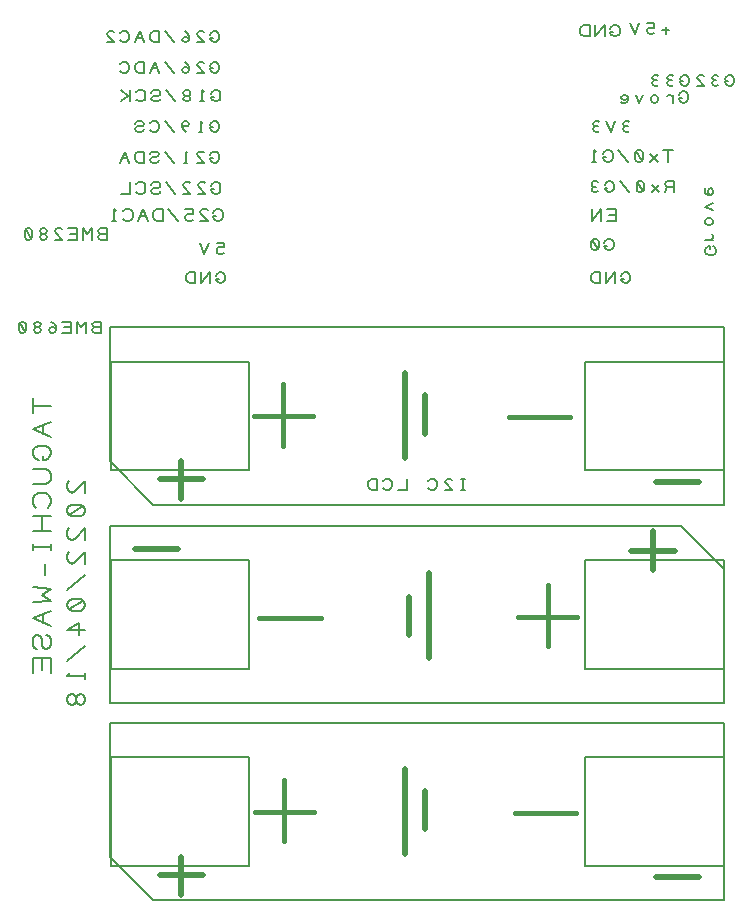
<source format=gbr>
G04 DesignSpark PCB Gerber Version 10.0 Build 5299*
%FSLAX35Y35*%
%MOMM*%
%ADD10C,0.12700*%
%ADD111C,0.45000*%
%ADD112C,0.50000*%
X0Y0D02*
D02*
D10*
X1337740Y5152740D02*
X1187740D01*
Y5215240D02*
Y5090240D01*
X1337740Y5015240D02*
X1187740Y4952740D01*
X1337740Y4890240D01*
X1275240Y4990240D02*
Y4915240D01*
Y4727740D02*
Y4690240D01*
X1287740D01*
X1312740Y4702740D01*
X1325240Y4715240D01*
X1337740Y4740240D01*
Y4765240D01*
X1325240Y4790240D01*
X1312740Y4802740D01*
X1287740Y4815240D01*
X1237740D01*
X1212740Y4802740D01*
X1200240Y4790240D01*
X1187740Y4765240D01*
Y4740240D01*
X1200240Y4715240D01*
X1212740Y4702740D01*
X1237740Y4690240D01*
X1187740Y4615240D02*
X1300240D01*
X1325240Y4602740D01*
X1337740Y4577740D01*
Y4527740D01*
X1325240Y4502740D01*
X1300240Y4490240D01*
X1187740D01*
X1312740Y4290240D02*
X1325240Y4302740D01*
X1337740Y4327740D01*
Y4365240D01*
X1325240Y4390240D01*
X1312740Y4402740D01*
X1287740Y4415240D01*
X1237740D01*
X1212740Y4402740D01*
X1200240Y4390240D01*
X1187740Y4365240D01*
Y4327740D01*
X1200240Y4302740D01*
X1212740Y4290240D01*
X1337740Y4215240D02*
X1187740D01*
X1262740D02*
Y4090240D01*
X1337740D02*
X1187740D01*
X1337740Y3977740D02*
Y3927740D01*
Y3952740D02*
X1187740D01*
Y3977740D02*
Y3927740D01*
X1287740Y3815240D02*
Y3715240D01*
X1187740Y3615240D02*
X1337740Y3602740D01*
X1262740Y3552740D01*
X1337740Y3502740D01*
X1187740Y3490240D01*
X1337740Y3415240D02*
X1187740Y3352740D01*
X1337740Y3290240D01*
X1275240Y3390240D02*
Y3315240D01*
X1300240Y3215240D02*
X1325240Y3202740D01*
X1337740Y3177740D01*
Y3127740D01*
X1325240Y3102740D01*
X1300240Y3090240D01*
X1275240Y3102740D01*
X1262740Y3127740D01*
Y3177740D01*
X1250240Y3202740D01*
X1225240Y3215240D01*
X1200240Y3202740D01*
X1187740Y3177740D01*
Y3127740D01*
X1200240Y3102740D01*
X1225240Y3090240D01*
X1337740Y3015240D02*
X1187740D01*
Y2890240D01*
X1262740Y2915240D02*
Y3015240D01*
X1337740D02*
Y2890240D01*
X1627740Y4415240D02*
Y4515240D01*
X1540240Y4427740D01*
X1515240Y4415240D01*
X1490240Y4427740D01*
X1477740Y4452740D01*
Y4490240D01*
X1490240Y4515240D01*
X1615240Y4302740D02*
X1627740Y4277740D01*
Y4252740D01*
X1615240Y4227740D01*
X1590240Y4215240D01*
X1515240D01*
X1490240Y4227740D01*
X1477740Y4252740D01*
Y4277740D01*
X1490240Y4302740D01*
X1515240Y4315240D01*
X1590240D01*
X1615240Y4302740D01*
X1490240Y4227740D01*
X1627740Y4015240D02*
Y4115240D01*
X1540240Y4027740D01*
X1515240Y4015240D01*
X1490240Y4027740D01*
X1477740Y4052740D01*
Y4090240D01*
X1490240Y4115240D01*
X1627740Y3815240D02*
Y3915240D01*
X1540240Y3827740D01*
X1515240Y3815240D01*
X1490240Y3827740D01*
X1477740Y3852740D01*
Y3890240D01*
X1490240Y3915240D01*
X1627740Y3715240D02*
X1477740Y3590240D01*
X1615240Y3502740D02*
X1627740Y3477740D01*
Y3452740D01*
X1615240Y3427740D01*
X1590240Y3415240D01*
X1515240D01*
X1490240Y3427740D01*
X1477740Y3452740D01*
Y3477740D01*
X1490240Y3502740D01*
X1515240Y3515240D01*
X1590240D01*
X1615240Y3502740D01*
X1490240Y3427740D01*
X1627740Y3252740D02*
X1477740D01*
X1577740Y3315240D01*
Y3215240D01*
X1627740Y3115240D02*
X1477740Y2990240D01*
X1627740Y2890240D02*
Y2840240D01*
Y2865240D02*
X1477740D01*
X1502740Y2890240D01*
X1552740Y2677740D02*
Y2652740D01*
X1540240Y2627740D01*
X1515240Y2615240D01*
X1490240Y2627740D01*
X1477740Y2652740D01*
Y2677740D01*
X1490240Y2702740D01*
X1515240Y2715240D01*
X1540240Y2702740D01*
X1552740Y2677740D01*
X1565240Y2702740D01*
X1590240Y2715240D01*
X1615240Y2702740D01*
X1627740Y2677740D01*
Y2652740D01*
X1615240Y2627740D01*
X1590240Y2615240D01*
X1565240Y2627740D01*
X1552740Y2652740D01*
X1709680Y5816680D02*
X1693800Y5808740D01*
X1685860Y5792870D01*
X1693800Y5776990D01*
X1709680Y5769050D01*
X1765240D01*
Y5864300D01*
X1709680D01*
X1693800Y5856370D01*
X1685860Y5840490D01*
X1693800Y5824620D01*
X1709680Y5816680D01*
X1765240D01*
X1638240Y5769050D02*
Y5864300D01*
X1598550Y5816680D01*
X1558860Y5864300D01*
Y5769050D01*
X1511240D02*
Y5864300D01*
X1431860D01*
X1447740Y5816680D02*
X1511240D01*
Y5769050D02*
X1431860D01*
X1384240Y5792870D02*
X1376300Y5808740D01*
X1360430Y5816680D01*
X1344550D01*
X1328680Y5808740D01*
X1320740Y5792870D01*
X1328680Y5776990D01*
X1344550Y5769050D01*
X1360430D01*
X1376300Y5776990D01*
X1384240Y5792870D01*
Y5816680D01*
X1376300Y5840490D01*
X1360430Y5856370D01*
X1344550Y5864300D01*
X1233430Y5816680D02*
X1217550D01*
X1201680Y5824620D01*
X1193740Y5840490D01*
X1201680Y5856370D01*
X1217550Y5864300D01*
X1233430D01*
X1249300Y5856370D01*
X1257240Y5840490D01*
X1249300Y5824620D01*
X1233430Y5816680D01*
X1249300Y5808740D01*
X1257240Y5792870D01*
X1249300Y5776990D01*
X1233430Y5769050D01*
X1217550D01*
X1201680Y5776990D01*
X1193740Y5792870D01*
X1201680Y5808740D01*
X1217550Y5816680D01*
X1122300Y5776990D02*
X1106430Y5769050D01*
X1090550D01*
X1074680Y5776990D01*
X1066740Y5792870D01*
Y5840490D01*
X1074680Y5856370D01*
X1090550Y5864300D01*
X1106430D01*
X1122300Y5856370D01*
X1130240Y5840490D01*
Y5792870D01*
X1122300Y5776990D01*
X1074680Y5856370D01*
X1759680Y6606680D02*
X1743800Y6598740D01*
X1735860Y6582870D01*
X1743800Y6566990D01*
X1759680Y6559050D01*
X1815240D01*
Y6654300D01*
X1759680D01*
X1743800Y6646370D01*
X1735860Y6630490D01*
X1743800Y6614620D01*
X1759680Y6606680D01*
X1815240D01*
X1688240Y6559050D02*
Y6654300D01*
X1648550Y6606680D01*
X1608860Y6654300D01*
Y6559050D01*
X1561240D02*
Y6654300D01*
X1481860D01*
X1497740Y6606680D02*
X1561240D01*
Y6559050D02*
X1481860D01*
X1370740D02*
X1434240D01*
X1378680Y6614620D01*
X1370740Y6630490D01*
X1378680Y6646370D01*
X1394550Y6654300D01*
X1418360D01*
X1434240Y6646370D01*
X1283430Y6606680D02*
X1267550D01*
X1251680Y6614620D01*
X1243740Y6630490D01*
X1251680Y6646370D01*
X1267550Y6654300D01*
X1283430D01*
X1299300Y6646370D01*
X1307240Y6630490D01*
X1299300Y6614620D01*
X1283430Y6606680D01*
X1299300Y6598740D01*
X1307240Y6582870D01*
X1299300Y6566990D01*
X1283430Y6559050D01*
X1267550D01*
X1251680Y6566990D01*
X1243740Y6582870D01*
X1251680Y6598740D01*
X1267550Y6606680D01*
X1172300Y6566990D02*
X1156430Y6559050D01*
X1140550D01*
X1124680Y6566990D01*
X1116740Y6582870D01*
Y6630490D01*
X1124680Y6646370D01*
X1140550Y6654300D01*
X1156430D01*
X1172300Y6646370D01*
X1180240Y6630490D01*
Y6582870D01*
X1172300Y6566990D01*
X1124680Y6646370D01*
X1840240Y2635240D02*
Y4135240D01*
X6675240D01*
X7040240Y3770240D01*
Y2635240D01*
X1840240D01*
X1845240Y2925240D02*
Y3845240D01*
X3015240D01*
Y2925240D01*
X1845240D01*
X2709680Y7248740D02*
X2685860D01*
Y7240800D01*
X2693800Y7224930D01*
X2701740Y7216990D01*
X2717610Y7209050D01*
X2733490D01*
X2749360Y7216990D01*
X2757300Y7224930D01*
X2765240Y7240800D01*
Y7272550D01*
X2757300Y7288430D01*
X2749360Y7296370D01*
X2733490Y7304300D01*
X2717610D01*
X2701740Y7296370D01*
X2693800Y7288430D01*
X2685860Y7272550D01*
X2574740Y7209050D02*
X2638240D01*
X2582680Y7264620D01*
X2574740Y7280490D01*
X2582680Y7296370D01*
X2598550Y7304300D01*
X2622360D01*
X2638240Y7296370D01*
X2495360Y7209050D02*
X2463610D01*
X2479490D02*
Y7304300D01*
X2495360Y7288430D01*
X2384240Y7209050D02*
X2304860Y7304300D01*
X2257240Y7232870D02*
X2249300Y7216990D01*
X2233430Y7209050D01*
X2201680D01*
X2185800Y7216990D01*
X2177860Y7232870D01*
X2185800Y7248740D01*
X2201680Y7256680D01*
X2233430D01*
X2249300Y7264620D01*
X2257240Y7280490D01*
X2249300Y7296370D01*
X2233430Y7304300D01*
X2201680D01*
X2185800Y7296370D01*
X2177860Y7280490D01*
X2130240Y7209050D02*
Y7304300D01*
X2082610D01*
X2066740Y7296370D01*
X2058800Y7288430D01*
X2050860Y7272550D01*
Y7240800D01*
X2058800Y7224930D01*
X2066740Y7216990D01*
X2082610Y7209050D01*
X2130240D01*
X2003240D02*
X1963550Y7304300D01*
X1923860Y7209050D01*
X1987360Y7248740D02*
X1939740D01*
X2709680Y7508740D02*
X2685860D01*
Y7500800D01*
X2693800Y7484930D01*
X2701740Y7476990D01*
X2717610Y7469050D01*
X2733490D01*
X2749360Y7476990D01*
X2757300Y7484930D01*
X2765240Y7500800D01*
Y7532550D01*
X2757300Y7548430D01*
X2749360Y7556370D01*
X2733490Y7564300D01*
X2717610D01*
X2701740Y7556370D01*
X2693800Y7548430D01*
X2685860Y7532550D01*
X2622360Y7469050D02*
X2590610D01*
X2606490D02*
Y7564300D01*
X2622360Y7548430D01*
X2487430Y7469050D02*
X2471550Y7476990D01*
X2455680Y7492870D01*
X2447740Y7516680D01*
Y7540490D01*
X2455680Y7556370D01*
X2471550Y7564300D01*
X2487430D01*
X2503300Y7556370D01*
X2511240Y7540490D01*
X2503300Y7524620D01*
X2487430Y7516680D01*
X2471550D01*
X2455680Y7524620D01*
X2447740Y7540490D01*
X2384240Y7469050D02*
X2304860Y7564300D01*
X2177860Y7484930D02*
X2185800Y7476990D01*
X2201680Y7469050D01*
X2225490D01*
X2241360Y7476990D01*
X2249300Y7484930D01*
X2257240Y7500800D01*
Y7532550D01*
X2249300Y7548430D01*
X2241360Y7556370D01*
X2225490Y7564300D01*
X2201680D01*
X2185800Y7556370D01*
X2177860Y7548430D01*
X2130240Y7492870D02*
X2122300Y7476990D01*
X2106430Y7469050D01*
X2074680D01*
X2058800Y7476990D01*
X2050860Y7492870D01*
X2058800Y7508740D01*
X2074680Y7516680D01*
X2106430D01*
X2122300Y7524620D01*
X2130240Y7540490D01*
X2122300Y7556370D01*
X2106430Y7564300D01*
X2074680D01*
X2058800Y7556370D01*
X2050860Y7540490D01*
X2709680Y8008740D02*
X2685860D01*
Y8000800D01*
X2693800Y7984930D01*
X2701740Y7976990D01*
X2717610Y7969050D01*
X2733490D01*
X2749360Y7976990D01*
X2757300Y7984930D01*
X2765240Y8000800D01*
Y8032550D01*
X2757300Y8048430D01*
X2749360Y8056370D01*
X2733490Y8064300D01*
X2717610D01*
X2701740Y8056370D01*
X2693800Y8048430D01*
X2685860Y8032550D01*
X2574740Y7969050D02*
X2638240D01*
X2582680Y8024620D01*
X2574740Y8040490D01*
X2582680Y8056370D01*
X2598550Y8064300D01*
X2622360D01*
X2638240Y8056370D01*
X2511240Y7992870D02*
X2503300Y8008740D01*
X2487430Y8016680D01*
X2471550D01*
X2455680Y8008740D01*
X2447740Y7992870D01*
X2455680Y7976990D01*
X2471550Y7969050D01*
X2487430D01*
X2503300Y7976990D01*
X2511240Y7992870D01*
Y8016680D01*
X2503300Y8040490D01*
X2487430Y8056370D01*
X2471550Y8064300D01*
X2384240Y7969050D02*
X2304860Y8064300D01*
X2257240Y7969050D02*
X2217550Y8064300D01*
X2177860Y7969050D01*
X2241360Y8008740D02*
X2193740D01*
X2130240Y7969050D02*
Y8064300D01*
X2082610D01*
X2066740Y8056370D01*
X2058800Y8048430D01*
X2050860Y8032550D01*
Y8000800D01*
X2058800Y7984930D01*
X2066740Y7976990D01*
X2082610Y7969050D01*
X2130240D01*
X1923860Y7984930D02*
X1931800Y7976990D01*
X1947680Y7969050D01*
X1971490D01*
X1987360Y7976990D01*
X1995300Y7984930D01*
X2003240Y8000800D01*
Y8032550D01*
X1995300Y8048430D01*
X1987360Y8056370D01*
X1971490Y8064300D01*
X1947680D01*
X1931800Y8056370D01*
X1923860Y8048430D01*
X2709680Y8268740D02*
X2685860D01*
Y8260800D01*
X2693800Y8244930D01*
X2701740Y8236990D01*
X2717610Y8229050D01*
X2733490D01*
X2749360Y8236990D01*
X2757300Y8244930D01*
X2765240Y8260800D01*
Y8292550D01*
X2757300Y8308430D01*
X2749360Y8316370D01*
X2733490Y8324300D01*
X2717610D01*
X2701740Y8316370D01*
X2693800Y8308430D01*
X2685860Y8292550D01*
X2574740Y8229050D02*
X2638240D01*
X2582680Y8284620D01*
X2574740Y8300490D01*
X2582680Y8316370D01*
X2598550Y8324300D01*
X2622360D01*
X2638240Y8316370D01*
X2511240Y8252870D02*
X2503300Y8268740D01*
X2487430Y8276680D01*
X2471550D01*
X2455680Y8268740D01*
X2447740Y8252870D01*
X2455680Y8236990D01*
X2471550Y8229050D01*
X2487430D01*
X2503300Y8236990D01*
X2511240Y8252870D01*
Y8276680D01*
X2503300Y8300490D01*
X2487430Y8316370D01*
X2471550Y8324300D01*
X2384240Y8229050D02*
X2304860Y8324300D01*
X2257240Y8229050D02*
Y8324300D01*
X2209610D01*
X2193740Y8316370D01*
X2185800Y8308430D01*
X2177860Y8292550D01*
Y8260800D01*
X2185800Y8244930D01*
X2193740Y8236990D01*
X2209610Y8229050D01*
X2257240D01*
X2130240D02*
X2090550Y8324300D01*
X2050860Y8229050D01*
X2114360Y8268740D02*
X2066740D01*
X1923860Y8244930D02*
X1931800Y8236990D01*
X1947680Y8229050D01*
X1971490D01*
X1987360Y8236990D01*
X1995300Y8244930D01*
X2003240Y8260800D01*
Y8292550D01*
X1995300Y8308430D01*
X1987360Y8316370D01*
X1971490Y8324300D01*
X1947680D01*
X1931800Y8316370D01*
X1923860Y8308430D01*
X1812740Y8229050D02*
X1876240D01*
X1820680Y8284620D01*
X1812740Y8300490D01*
X1820680Y8316370D01*
X1836550Y8324300D01*
X1860360D01*
X1876240Y8316370D01*
X2719680Y6988740D02*
X2695860D01*
Y6980800D01*
X2703800Y6964930D01*
X2711740Y6956990D01*
X2727610Y6949050D01*
X2743490D01*
X2759360Y6956990D01*
X2767300Y6964930D01*
X2775240Y6980800D01*
Y7012550D01*
X2767300Y7028430D01*
X2759360Y7036370D01*
X2743490Y7044300D01*
X2727610D01*
X2711740Y7036370D01*
X2703800Y7028430D01*
X2695860Y7012550D01*
X2584740Y6949050D02*
X2648240D01*
X2592680Y7004620D01*
X2584740Y7020490D01*
X2592680Y7036370D01*
X2608550Y7044300D01*
X2632360D01*
X2648240Y7036370D01*
X2457740Y6949050D02*
X2521240D01*
X2465680Y7004620D01*
X2457740Y7020490D01*
X2465680Y7036370D01*
X2481550Y7044300D01*
X2505360D01*
X2521240Y7036370D01*
X2394240Y6949050D02*
X2314860Y7044300D01*
X2267240Y6972870D02*
X2259300Y6956990D01*
X2243430Y6949050D01*
X2211680D01*
X2195800Y6956990D01*
X2187860Y6972870D01*
X2195800Y6988740D01*
X2211680Y6996680D01*
X2243430D01*
X2259300Y7004620D01*
X2267240Y7020490D01*
X2259300Y7036370D01*
X2243430Y7044300D01*
X2211680D01*
X2195800Y7036370D01*
X2187860Y7020490D01*
X2060860Y6964930D02*
X2068800Y6956990D01*
X2084680Y6949050D01*
X2108490D01*
X2124360Y6956990D01*
X2132300Y6964930D01*
X2140240Y6980800D01*
Y7012550D01*
X2132300Y7028430D01*
X2124360Y7036370D01*
X2108490Y7044300D01*
X2084680D01*
X2068800Y7036370D01*
X2060860Y7028430D01*
X2013240Y7044300D02*
Y6949050D01*
X1933860D01*
X2719680Y7768740D02*
X2695860D01*
Y7760800D01*
X2703800Y7744930D01*
X2711740Y7736990D01*
X2727610Y7729050D01*
X2743490D01*
X2759360Y7736990D01*
X2767300Y7744930D01*
X2775240Y7760800D01*
Y7792550D01*
X2767300Y7808430D01*
X2759360Y7816370D01*
X2743490Y7824300D01*
X2727610D01*
X2711740Y7816370D01*
X2703800Y7808430D01*
X2695860Y7792550D01*
X2632360Y7729050D02*
X2600610D01*
X2616490D02*
Y7824300D01*
X2632360Y7808430D01*
X2497430Y7776680D02*
X2481550D01*
X2465680Y7784620D01*
X2457740Y7800490D01*
X2465680Y7816370D01*
X2481550Y7824300D01*
X2497430D01*
X2513300Y7816370D01*
X2521240Y7800490D01*
X2513300Y7784620D01*
X2497430Y7776680D01*
X2513300Y7768740D01*
X2521240Y7752870D01*
X2513300Y7736990D01*
X2497430Y7729050D01*
X2481550D01*
X2465680Y7736990D01*
X2457740Y7752870D01*
X2465680Y7768740D01*
X2481550Y7776680D01*
X2394240Y7729050D02*
X2314860Y7824300D01*
X2267240Y7752870D02*
X2259300Y7736990D01*
X2243430Y7729050D01*
X2211680D01*
X2195800Y7736990D01*
X2187860Y7752870D01*
X2195800Y7768740D01*
X2211680Y7776680D01*
X2243430D01*
X2259300Y7784620D01*
X2267240Y7800490D01*
X2259300Y7816370D01*
X2243430Y7824300D01*
X2211680D01*
X2195800Y7816370D01*
X2187860Y7800490D01*
X2060860Y7744930D02*
X2068800Y7736990D01*
X2084680Y7729050D01*
X2108490D01*
X2124360Y7736990D01*
X2132300Y7744930D01*
X2140240Y7760800D01*
Y7792550D01*
X2132300Y7808430D01*
X2124360Y7816370D01*
X2108490Y7824300D01*
X2084680D01*
X2068800Y7816370D01*
X2060860Y7808430D01*
X2013240Y7729050D02*
Y7824300D01*
Y7776680D02*
X1989430D01*
X1933860Y7824300D01*
X1989430Y7776680D02*
X1933860Y7729050D01*
X2739680Y6758740D02*
X2715860D01*
Y6750800D01*
X2723800Y6734930D01*
X2731740Y6726990D01*
X2747610Y6719050D01*
X2763490D01*
X2779360Y6726990D01*
X2787300Y6734930D01*
X2795240Y6750800D01*
Y6782550D01*
X2787300Y6798430D01*
X2779360Y6806370D01*
X2763490Y6814300D01*
X2747610D01*
X2731740Y6806370D01*
X2723800Y6798430D01*
X2715860Y6782550D01*
X2604740Y6719050D02*
X2668240D01*
X2612680Y6774620D01*
X2604740Y6790490D01*
X2612680Y6806370D01*
X2628550Y6814300D01*
X2652360D01*
X2668240Y6806370D01*
X2541240Y6726990D02*
X2525360Y6719050D01*
X2501550D01*
X2485680Y6726990D01*
X2477740Y6742870D01*
Y6750800D01*
X2485680Y6766680D01*
X2501550Y6774620D01*
X2541240D01*
Y6814300D01*
X2477740D01*
X2414240Y6719050D02*
X2334860Y6814300D01*
X2287240Y6719050D02*
Y6814300D01*
X2239610D01*
X2223740Y6806370D01*
X2215800Y6798430D01*
X2207860Y6782550D01*
Y6750800D01*
X2215800Y6734930D01*
X2223740Y6726990D01*
X2239610Y6719050D01*
X2287240D01*
X2160240D02*
X2120550Y6814300D01*
X2080860Y6719050D01*
X2144360Y6758740D02*
X2096740D01*
X1953860Y6734930D02*
X1961800Y6726990D01*
X1977680Y6719050D01*
X2001490D01*
X2017360Y6726990D01*
X2025300Y6734930D01*
X2033240Y6750800D01*
Y6782550D01*
X2025300Y6798430D01*
X2017360Y6806370D01*
X2001490Y6814300D01*
X1977680D01*
X1961800Y6806370D01*
X1953860Y6798430D01*
X1890360Y6719050D02*
X1858610D01*
X1874490D02*
Y6814300D01*
X1890360Y6798430D01*
X2805240Y6446990D02*
X2789360Y6439050D01*
X2765550D01*
X2749680Y6446990D01*
X2741740Y6462870D01*
Y6470800D01*
X2749680Y6486680D01*
X2765550Y6494620D01*
X2805240D01*
Y6534300D01*
X2741740D01*
X2678240D02*
X2638550Y6439050D01*
X2598860Y6534300D01*
X2759680Y6228740D02*
X2735860D01*
Y6220800D01*
X2743800Y6204930D01*
X2751740Y6196990D01*
X2767610Y6189050D01*
X2783490D01*
X2799360Y6196990D01*
X2807300Y6204930D01*
X2815240Y6220800D01*
Y6252550D01*
X2807300Y6268430D01*
X2799360Y6276370D01*
X2783490Y6284300D01*
X2767610D01*
X2751740Y6276370D01*
X2743800Y6268430D01*
X2735860Y6252550D01*
X2688240Y6189050D02*
Y6284300D01*
X2608860Y6189050D01*
Y6284300D01*
X2561240Y6189050D02*
Y6284300D01*
X2513610D01*
X2497740Y6276370D01*
X2489800Y6268430D01*
X2481860Y6252550D01*
Y6220800D01*
X2489800Y6204930D01*
X2497740Y6196990D01*
X2513610Y6189050D01*
X2561240D01*
X3015240Y2175240D02*
Y1255240D01*
X1845240D01*
Y2175240D01*
X3015240D01*
Y5525240D02*
Y4605240D01*
X1845240D01*
Y5525240D01*
X3015240D01*
X4841430Y4439050D02*
X4809680D01*
X4825550D02*
Y4534300D01*
X4841430D02*
X4809680D01*
X4674740Y4439050D02*
X4738240D01*
X4682680Y4494620D01*
X4674740Y4510490D01*
X4682680Y4526370D01*
X4698550Y4534300D01*
X4722360D01*
X4738240Y4526370D01*
X4531860Y4454930D02*
X4539800Y4446990D01*
X4555680Y4439050D01*
X4579490D01*
X4595360Y4446990D01*
X4603300Y4454930D01*
X4611240Y4470800D01*
Y4502550D01*
X4603300Y4518430D01*
X4595360Y4526370D01*
X4579490Y4534300D01*
X4555680D01*
X4539800Y4526370D01*
X4531860Y4518430D01*
X4357240Y4534300D02*
Y4439050D01*
X4277860D01*
X4150860Y4454930D02*
X4158800Y4446990D01*
X4174680Y4439050D01*
X4198490D01*
X4214360Y4446990D01*
X4222300Y4454930D01*
X4230240Y4470800D01*
Y4502550D01*
X4222300Y4518430D01*
X4214360Y4526370D01*
X4198490Y4534300D01*
X4174680D01*
X4158800Y4526370D01*
X4150860Y4518430D01*
X4103240Y4439050D02*
Y4534300D01*
X4055610D01*
X4039740Y4526370D01*
X4031800Y4518430D01*
X4023860Y4502550D01*
Y4470800D01*
X4031800Y4454930D01*
X4039740Y4446990D01*
X4055610Y4439050D01*
X4103240D01*
X5865240Y2925240D02*
Y3845240D01*
X7035240D01*
Y2925240D01*
X5865240D01*
X6049680Y6508740D02*
X6025860D01*
Y6500800D01*
X6033800Y6484930D01*
X6041740Y6476990D01*
X6057610Y6469050D01*
X6073490D01*
X6089360Y6476990D01*
X6097300Y6484930D01*
X6105240Y6500800D01*
Y6532550D01*
X6097300Y6548430D01*
X6089360Y6556370D01*
X6073490Y6564300D01*
X6057610D01*
X6041740Y6556370D01*
X6033800Y6548430D01*
X6025860Y6532550D01*
X5970300Y6476990D02*
X5954430Y6469050D01*
X5938550D01*
X5922680Y6476990D01*
X5914740Y6492870D01*
Y6540490D01*
X5922680Y6556370D01*
X5938550Y6564300D01*
X5954430D01*
X5970300Y6556370D01*
X5978240Y6540490D01*
Y6492870D01*
X5970300Y6476990D01*
X5922680Y6556370D01*
X6125240Y6719050D02*
Y6814300D01*
X6045860D01*
X6061740Y6766680D02*
X6125240D01*
Y6719050D02*
X6045860D01*
X5998240D02*
Y6814300D01*
X5918860Y6719050D01*
Y6814300D01*
X6099680Y8318740D02*
X6075860D01*
Y8310800D01*
X6083800Y8294930D01*
X6091740Y8286990D01*
X6107610Y8279050D01*
X6123490D01*
X6139360Y8286990D01*
X6147300Y8294930D01*
X6155240Y8310800D01*
Y8342550D01*
X6147300Y8358430D01*
X6139360Y8366370D01*
X6123490Y8374300D01*
X6107610D01*
X6091740Y8366370D01*
X6083800Y8358430D01*
X6075860Y8342550D01*
X6028240Y8279050D02*
Y8374300D01*
X5948860Y8279050D01*
Y8374300D01*
X5901240Y8279050D02*
Y8374300D01*
X5853610D01*
X5837740Y8366370D01*
X5829800Y8358430D01*
X5821860Y8342550D01*
Y8310800D01*
X5829800Y8294930D01*
X5837740Y8286990D01*
X5853610Y8279050D01*
X5901240D01*
X6189680Y6228740D02*
X6165860D01*
Y6220800D01*
X6173800Y6204930D01*
X6181740Y6196990D01*
X6197610Y6189050D01*
X6213490D01*
X6229360Y6196990D01*
X6237300Y6204930D01*
X6245240Y6220800D01*
Y6252550D01*
X6237300Y6268430D01*
X6229360Y6276370D01*
X6213490Y6284300D01*
X6197610D01*
X6181740Y6276370D01*
X6173800Y6268430D01*
X6165860Y6252550D01*
X6118240Y6189050D02*
Y6284300D01*
X6038860Y6189050D01*
Y6284300D01*
X5991240Y6189050D02*
Y6284300D01*
X5943610D01*
X5927740Y6276370D01*
X5919800Y6268430D01*
X5911860Y6252550D01*
Y6220800D01*
X5919800Y6204930D01*
X5927740Y6196990D01*
X5943610Y6189050D01*
X5991240D01*
X6237300Y7476990D02*
X6221430Y7469050D01*
X6205550D01*
X6189680Y7476990D01*
X6181740Y7492870D01*
X6189680Y7508740D01*
X6205550Y7516680D01*
X6221430D01*
X6205550D02*
X6189680Y7524620D01*
X6181740Y7540490D01*
X6189680Y7556370D01*
X6205550Y7564300D01*
X6221430D01*
X6237300Y7556370D01*
X6118240Y7564300D02*
X6078550Y7469050D01*
X6038860Y7564300D01*
X5983300Y7476990D02*
X5967430Y7469050D01*
X5951550D01*
X5935680Y7476990D01*
X5927740Y7492870D01*
X5935680Y7508740D01*
X5951550Y7516680D01*
X5967430D01*
X5951550D02*
X5935680Y7524620D01*
X5927740Y7540490D01*
X5935680Y7556370D01*
X5951550Y7564300D01*
X5967430D01*
X5983300Y7556370D01*
X6575240Y8330800D02*
X6511740D01*
X6543490Y8299050D02*
Y8362550D01*
X6448240Y8306990D02*
X6432360Y8299050D01*
X6408550D01*
X6392680Y8306990D01*
X6384740Y8322870D01*
Y8330800D01*
X6392680Y8346680D01*
X6408550Y8354620D01*
X6448240D01*
Y8394300D01*
X6384740D01*
X6321240D02*
X6281550Y8299050D01*
X6241860Y8394300D01*
X6565550Y7219050D02*
Y7314300D01*
X6605240D02*
X6525860D01*
X6478240Y7219050D02*
X6414740Y7282550D01*
Y7219050D02*
X6478240Y7282550D01*
X6343300Y7226990D02*
X6327430Y7219050D01*
X6311550D01*
X6295680Y7226990D01*
X6287740Y7242870D01*
Y7290490D01*
X6295680Y7306370D01*
X6311550Y7314300D01*
X6327430D01*
X6343300Y7306370D01*
X6351240Y7290490D01*
Y7242870D01*
X6343300Y7226990D01*
X6295680Y7306370D01*
X6224240Y7219050D02*
X6144860Y7314300D01*
X6041680Y7258740D02*
X6017860D01*
Y7250800D01*
X6025800Y7234930D01*
X6033740Y7226990D01*
X6049610Y7219050D01*
X6065490D01*
X6081360Y7226990D01*
X6089300Y7234930D01*
X6097240Y7250800D01*
Y7282550D01*
X6089300Y7298430D01*
X6081360Y7306370D01*
X6065490Y7314300D01*
X6049610D01*
X6033740Y7306370D01*
X6025800Y7298430D01*
X6017860Y7282550D01*
X5954360Y7219050D02*
X5922610D01*
X5938490D02*
Y7314300D01*
X5954360Y7298430D01*
X6615240Y6959050D02*
Y7054300D01*
X6559680D01*
X6543800Y7046370D01*
X6535860Y7030490D01*
X6543800Y7014620D01*
X6559680Y7006680D01*
X6615240D01*
X6559680D02*
X6535860Y6959050D01*
X6488240D02*
X6424740Y7022550D01*
Y6959050D02*
X6488240Y7022550D01*
X6353300Y6966990D02*
X6337430Y6959050D01*
X6321550D01*
X6305680Y6966990D01*
X6297740Y6982870D01*
Y7030490D01*
X6305680Y7046370D01*
X6321550Y7054300D01*
X6337430D01*
X6353300Y7046370D01*
X6361240Y7030490D01*
Y6982870D01*
X6353300Y6966990D01*
X6305680Y7046370D01*
X6234240Y6959050D02*
X6154860Y7054300D01*
X6051680Y6998740D02*
X6027860D01*
Y6990800D01*
X6035800Y6974930D01*
X6043740Y6966990D01*
X6059610Y6959050D01*
X6075490D01*
X6091360Y6966990D01*
X6099300Y6974930D01*
X6107240Y6990800D01*
Y7022550D01*
X6099300Y7038430D01*
X6091360Y7046370D01*
X6075490Y7054300D01*
X6059610D01*
X6043740Y7046370D01*
X6035800Y7038430D01*
X6027860Y7022550D01*
X5972300Y6966990D02*
X5956430Y6959050D01*
X5940550D01*
X5924680Y6966990D01*
X5916740Y6982870D01*
X5924680Y6998740D01*
X5940550Y7006680D01*
X5956430D01*
X5940550D02*
X5924680Y7014620D01*
X5916740Y7030490D01*
X5924680Y7046370D01*
X5940550Y7054300D01*
X5956430D01*
X5972300Y7046370D01*
X6679680Y7758740D02*
X6655860D01*
Y7750800D01*
X6663800Y7734930D01*
X6671740Y7726990D01*
X6687610Y7719050D01*
X6703490D01*
X6719360Y7726990D01*
X6727300Y7734930D01*
X6735240Y7750800D01*
Y7782550D01*
X6727300Y7798430D01*
X6719360Y7806370D01*
X6703490Y7814300D01*
X6687610D01*
X6671740Y7806370D01*
X6663800Y7798430D01*
X6655860Y7782550D01*
X6608240Y7719050D02*
Y7782550D01*
Y7758740D02*
X6600300Y7774620D01*
X6584430Y7782550D01*
X6568550D01*
X6552680Y7774620D01*
X6481240Y7742870D02*
X6473300Y7726990D01*
X6457430Y7719050D01*
X6441550D01*
X6425680Y7726990D01*
X6417740Y7742870D01*
Y7758740D01*
X6425680Y7774620D01*
X6441550Y7782550D01*
X6457430D01*
X6473300Y7774620D01*
X6481240Y7758740D01*
Y7742870D01*
X6354240Y7782550D02*
X6322490Y7719050D01*
X6290740Y7782550D01*
X6163740Y7726990D02*
X6171680Y7719050D01*
X6187550D01*
X6203430D01*
X6219300Y7726990D01*
X6227240Y7742870D01*
Y7766680D01*
X6219300Y7774620D01*
X6203430Y7782550D01*
X6187550D01*
X6171680Y7774620D01*
X6163740Y7766680D01*
Y7758740D01*
X6171680Y7750800D01*
X6187550Y7742870D01*
X6203430D01*
X6219300Y7750800D01*
X6227240Y7758740D01*
X6689680Y7898740D02*
X6665860D01*
Y7890800D01*
X6673800Y7874930D01*
X6681740Y7866990D01*
X6697610Y7859050D01*
X6713490D01*
X6729360Y7866990D01*
X6737300Y7874930D01*
X6745240Y7890800D01*
Y7922550D01*
X6737300Y7938430D01*
X6729360Y7946370D01*
X6713490Y7954300D01*
X6697610D01*
X6681740Y7946370D01*
X6673800Y7938430D01*
X6665860Y7922550D01*
X6610300Y7866990D02*
X6594430Y7859050D01*
X6578550D01*
X6562680Y7866990D01*
X6554740Y7882870D01*
X6562680Y7898740D01*
X6578550Y7906680D01*
X6594430D01*
X6578550D02*
X6562680Y7914620D01*
X6554740Y7930490D01*
X6562680Y7946370D01*
X6578550Y7954300D01*
X6594430D01*
X6610300Y7946370D01*
X6483300Y7866990D02*
X6467430Y7859050D01*
X6451550D01*
X6435680Y7866990D01*
X6427740Y7882870D01*
X6435680Y7898740D01*
X6451550Y7906680D01*
X6467430D01*
X6451550D02*
X6435680Y7914620D01*
X6427740Y7930490D01*
X6435680Y7946370D01*
X6451550Y7954300D01*
X6467430D01*
X6483300Y7946370D01*
X6918740Y6480800D02*
Y6504620D01*
X6910800D01*
X6894930Y6496680D01*
X6886990Y6488740D01*
X6879050Y6472870D01*
Y6456990D01*
X6886990Y6441120D01*
X6894930Y6433180D01*
X6910800Y6425240D01*
X6942550D01*
X6958430Y6433180D01*
X6966370Y6441120D01*
X6974300Y6456990D01*
Y6472870D01*
X6966370Y6488740D01*
X6958430Y6496680D01*
X6942550Y6504620D01*
X6879050Y6552240D02*
X6942550D01*
X6918740D02*
X6934620Y6560180D01*
X6942550Y6576050D01*
Y6591930D01*
X6934620Y6607800D01*
X6902870Y6679240D02*
X6886990Y6687180D01*
X6879050Y6703050D01*
Y6718930D01*
X6886990Y6734800D01*
X6902870Y6742740D01*
X6918740D01*
X6934620Y6734800D01*
X6942550Y6718930D01*
Y6703050D01*
X6934620Y6687180D01*
X6918740Y6679240D01*
X6902870D01*
X6942550Y6806240D02*
X6879050Y6837990D01*
X6942550Y6869740D01*
X6886990Y6996740D02*
X6879050Y6988800D01*
Y6972930D01*
Y6957050D01*
X6886990Y6941180D01*
X6902870Y6933240D01*
X6926680D01*
X6934620Y6941180D01*
X6942550Y6957050D01*
Y6972930D01*
X6934620Y6988800D01*
X6926680Y6996740D01*
X6918740D01*
X6910800Y6988800D01*
X6902870Y6972930D01*
Y6957050D01*
X6910800Y6941180D01*
X6918740Y6933240D01*
X7035240Y2175240D02*
Y1255240D01*
X5865240D01*
Y2175240D01*
X7035240D01*
Y5525240D02*
Y4605240D01*
X5865240D01*
Y5525240D01*
X7035240D01*
X7040240Y2465240D02*
Y965240D01*
X2205240D01*
X1840240Y1330240D01*
Y2465240D01*
X7040240D01*
Y5815240D02*
Y4315240D01*
X2205240D01*
X1840240Y4680240D01*
Y5815240D01*
X7040240D01*
X7069680Y7898740D02*
X7045860D01*
Y7890800D01*
X7053800Y7874930D01*
X7061740Y7866990D01*
X7077610Y7859050D01*
X7093490D01*
X7109360Y7866990D01*
X7117300Y7874930D01*
X7125240Y7890800D01*
Y7922550D01*
X7117300Y7938430D01*
X7109360Y7946370D01*
X7093490Y7954300D01*
X7077610D01*
X7061740Y7946370D01*
X7053800Y7938430D01*
X7045860Y7922550D01*
X6990300Y7866990D02*
X6974430Y7859050D01*
X6958550D01*
X6942680Y7866990D01*
X6934740Y7882870D01*
X6942680Y7898740D01*
X6958550Y7906680D01*
X6974430D01*
X6958550D02*
X6942680Y7914620D01*
X6934740Y7930490D01*
X6942680Y7946370D01*
X6958550Y7954300D01*
X6974430D01*
X6990300Y7946370D01*
X6807740Y7859050D02*
X6871240D01*
X6815680Y7914620D01*
X6807740Y7930490D01*
X6815680Y7946370D01*
X6831550Y7954300D01*
X6855360D01*
X6871240Y7946370D01*
D02*
D111*
X3055240Y5065240D02*
X3555240D01*
X3065240Y1715240D02*
X3565240D01*
X3105240Y3355240D02*
X3625240D01*
X3305240Y5335240D02*
Y4815240D01*
X3315240Y1985240D02*
Y1465240D01*
X5215240Y5055240D02*
X5735240D01*
X5265240Y1705240D02*
X5785240D01*
X5295240Y3365240D02*
X5795240D01*
X5545240Y3635240D02*
Y3115240D01*
D02*
D112*
X2050240Y3940240D02*
X2415240D01*
X2445240Y1010240D02*
Y1335240D01*
Y4360240D02*
Y4685240D01*
X2625240Y1180240D02*
X2260240D01*
X2625240Y4530240D02*
X2260240D01*
X4340240Y1360240D02*
Y2080240D01*
Y4710240D02*
Y5430240D01*
X4375240Y3535240D02*
Y3210240D01*
X4505240Y1565240D02*
Y1890240D01*
Y4915240D02*
Y5240240D01*
X4540240Y3740240D02*
Y3020240D01*
X6255240Y3920240D02*
X6620240D01*
X6435240Y4090240D02*
Y3765240D01*
X6830240Y1160240D02*
X6465240D01*
X6830240Y4510240D02*
X6465240D01*
X0Y0D02*
M02*

</source>
